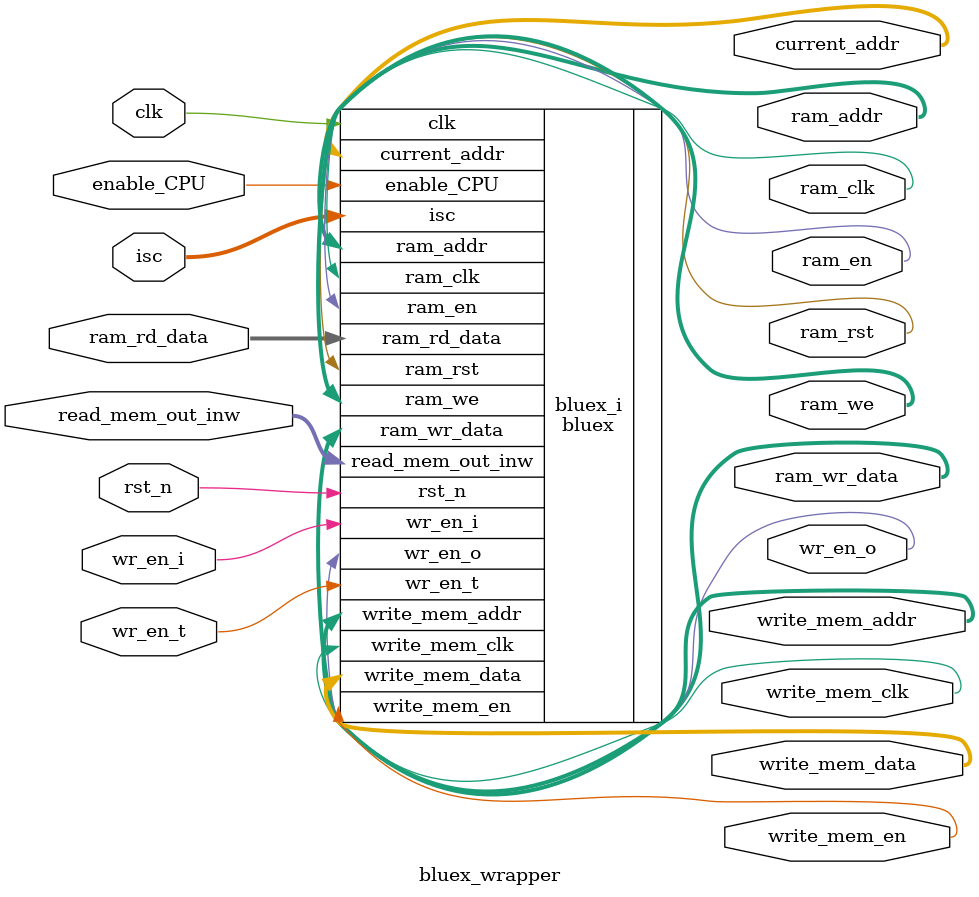
<source format=v>
`timescale 1 ps / 1 ps

module bluex_wrapper
   (clk,
    current_addr,
    enable_CPU,
    isc,
    ram_addr,
    ram_clk,
    ram_en,
    ram_rd_data,
    ram_rst,
    ram_we,
    ram_wr_data,
    read_mem_out_inw,
    rst_n,
    wr_en_i,
    wr_en_o,
    wr_en_t,
    write_mem_addr,
    write_mem_clk,
    write_mem_data,
    write_mem_en);
  input clk;
  output [15:0]current_addr;
  input [0:0]enable_CPU;
  input [31:0]isc;
  output [31:0]ram_addr;
  output ram_clk;
  output ram_en;
  input [31:0]ram_rd_data;
  output ram_rst;
  output [3:0]ram_we;
  output [31:0]ram_wr_data;
  input [31:0]read_mem_out_inw;
  input rst_n;
  input wr_en_i;
  output wr_en_o;
  input wr_en_t;
  output [15:0]write_mem_addr;
  output write_mem_clk;
  output [31:0]write_mem_data;
  output write_mem_en;

  wire clk;
  wire [15:0]current_addr;
  wire [0:0]enable_CPU;
  wire [31:0]isc;
  wire [31:0]ram_addr;
  wire ram_clk;
  wire ram_en;
  wire [31:0]ram_rd_data;
  wire ram_rst;
  wire [3:0]ram_we;
  wire [31:0]ram_wr_data;
  wire [31:0]read_mem_out_inw;
  wire rst_n;
  wire wr_en_i;
  wire wr_en_o;
  wire wr_en_t;
  wire [15:0]write_mem_addr;
  wire write_mem_clk;
  wire [31:0]write_mem_data;
  wire write_mem_en;

  bluex bluex_i
       (.clk(clk),
        .current_addr(current_addr),
        .enable_CPU(enable_CPU),
        .isc(isc),
        .ram_addr(ram_addr),
        .ram_clk(ram_clk),
        .ram_en(ram_en),
        .ram_rd_data(ram_rd_data),
        .ram_rst(ram_rst),
        .ram_we(ram_we),
        .ram_wr_data(ram_wr_data),
        .read_mem_out_inw(read_mem_out_inw),
        .rst_n(rst_n),
        .wr_en_i(wr_en_i),
        .wr_en_o(wr_en_o),
        .wr_en_t(wr_en_t),
        .write_mem_addr(write_mem_addr),
        .write_mem_clk(write_mem_clk),
        .write_mem_data(write_mem_data),
        .write_mem_en(write_mem_en));
endmodule

</source>
